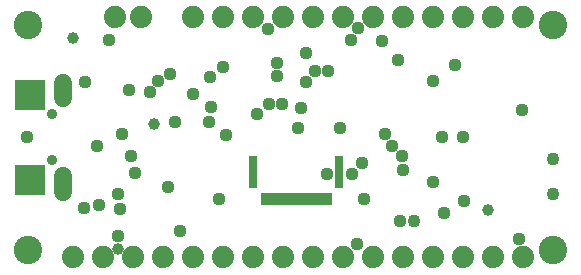
<source format=gbr>
G04 EAGLE Gerber RS-274X export*
G75*
%MOMM*%
%FSLAX34Y34*%
%LPD*%
%INSoldermask Bottom*%
%IPPOS*%
%AMOC8*
5,1,8,0,0,1.08239X$1,22.5*%
G01*
%ADD10C,2.403200*%
%ADD11C,1.879600*%
%ADD12C,1.511200*%
%ADD13R,2.616200X2.616200*%
%ADD14C,0.903200*%
%ADD15R,0.553200X1.003200*%
%ADD16R,0.803200X2.803200*%
%ADD17C,1.103200*%
%ADD18C,1.109600*%
%ADD19C,1.003300*%
%ADD20C,1.117600*%
%ADD21C,1.092200*%


D10*
X463550Y19050D03*
X463550Y209550D03*
X19050Y19050D03*
X19050Y209550D03*
D11*
X438150Y12700D03*
X412750Y12700D03*
X387350Y12700D03*
X361950Y12700D03*
X336550Y12700D03*
X311150Y12700D03*
X285750Y12700D03*
X260350Y12700D03*
X234950Y12700D03*
X209550Y12700D03*
X184150Y12700D03*
X158750Y12700D03*
X133350Y12700D03*
X107950Y12700D03*
X82550Y12700D03*
X57150Y12700D03*
X158750Y215900D03*
X184150Y215900D03*
X209550Y215900D03*
X234950Y215900D03*
X260350Y215900D03*
X285750Y215900D03*
X311150Y215900D03*
X336550Y215900D03*
X361950Y215900D03*
X387350Y215900D03*
X412750Y215900D03*
X438150Y215900D03*
D12*
X48370Y160380D02*
X48370Y147300D01*
X48370Y81300D02*
X48370Y68220D01*
D13*
X20370Y150300D03*
X20370Y78300D03*
D14*
X39370Y133800D03*
X39370Y94800D03*
D15*
X273500Y62090D03*
X268500Y62090D03*
X263500Y62090D03*
X258500Y62090D03*
X253500Y62090D03*
X248500Y62090D03*
X243500Y62090D03*
X238500Y62090D03*
X233500Y62090D03*
X228500Y62090D03*
X223500Y62090D03*
X218500Y62090D03*
D16*
X282500Y85090D03*
X209500Y85090D03*
D17*
X463550Y96280D03*
X463550Y66280D03*
D11*
X92710Y215900D03*
X114300Y215900D03*
D18*
X17780Y114300D03*
X109220Y83820D03*
X67310Y161290D03*
X139065Y168275D03*
X98425Y116840D03*
X173355Y165100D03*
D19*
X95250Y19685D03*
D18*
X180340Y62230D03*
X283210Y121920D03*
X221996Y205994D03*
X298450Y207010D03*
X336296Y86360D03*
X96520Y53975D03*
X361950Y76200D03*
X172283Y127482D03*
X147955Y35052D03*
X87630Y196850D03*
X186690Y116277D03*
X106045Y98425D03*
X122134Y152741D03*
X104912Y154091D03*
X128905Y161925D03*
X66675Y54610D03*
X78740Y57150D03*
X158750Y151130D03*
X229870Y166624D03*
X292100Y196850D03*
X229870Y177165D03*
X332359Y180086D03*
X436886Y137154D03*
X369926Y114179D03*
X95250Y31115D03*
X271780Y83185D03*
X212725Y133985D03*
X254000Y185420D03*
X95250Y66040D03*
X77470Y106680D03*
X184150Y173990D03*
D20*
X387350Y114300D03*
D18*
X273050Y170180D03*
X247650Y122301D03*
D20*
X380746Y175514D03*
X434340Y28448D03*
D18*
X261620Y170180D03*
D19*
X57150Y198120D03*
D18*
X254000Y161290D03*
X250571Y139294D03*
X137160Y72390D03*
X334010Y43180D03*
D21*
X345440Y43815D03*
D18*
X335280Y98425D03*
X297180Y24130D03*
X293250Y83305D03*
D20*
X222885Y142240D03*
D18*
X327025Y106680D03*
X321564Y116840D03*
X370830Y49824D03*
X303316Y62016D03*
X301625Y92710D03*
X234315Y142240D03*
X318770Y196215D03*
X362092Y162418D03*
X388445Y60785D03*
X173553Y139700D03*
X143510Y127000D03*
D19*
X125829Y125829D03*
X408389Y52789D03*
M02*

</source>
